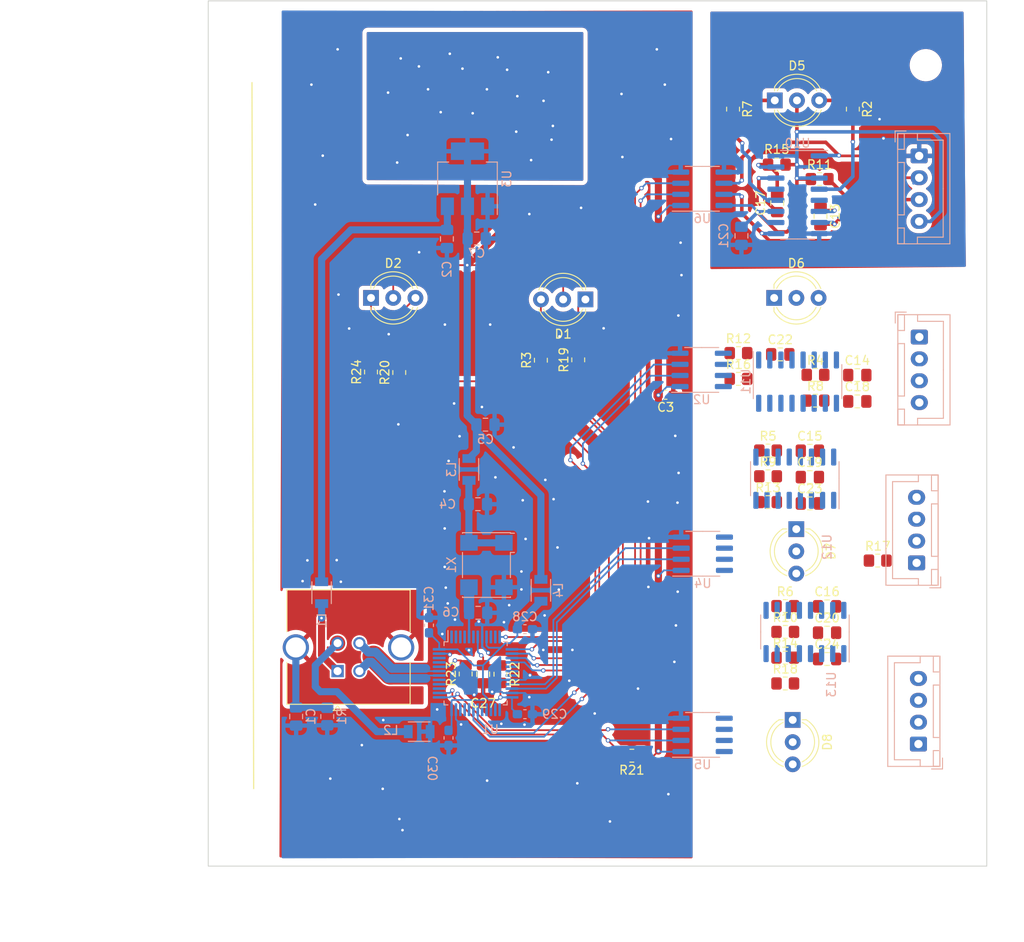
<source format=kicad_pcb>
(kicad_pcb (version 20221018) (generator pcbnew)
  (layers (0 "F.Cu" signal) (31 "B.Cu" signal) (34 "B.Paste" user) (35 "F.Paste" user) (36 "B.SilkS" user "B.Silkscreen") (37 "F.SilkS" user "F.Silkscreen") (38 "B.Mask" user) (39 "F.Mask" user) (44 "Edge.Cuts" user))
  (net 0 "")
  (net 1 "GND")
  (net 2 "Net-(J1-VBUS)")
  (net 5 "/USB-UART4-CH344Q/VIN 3.3V")
  (net 6 "/USB-UART4-CH344Q/XI")
  (net 7 "/USB-UART4-CH344Q/XO")
  (net 8 "/USBSHLD")
  (net 9 "Net-(U3-VI)")
  (net 10 "/USB-UART4-CH344Q/D-")
  (net 11 "/USB-UART4-CH344Q/RESET")
  (net 12 "/USB-UART4-CH344Q/D+")
  (net 13 "/USB-UART4-CH344Q/ACT")
  (net 14 "/USB-UART4-CH344Q/TX_S")
  (net 15 "/USB-UART4-CH344Q/RX_S")
  (net 16 "/USB-UART4-CH344Q/RX4")
  (net 17 "/USB-UART4-CH344Q/TX2")
  (net 18 "/USB-UART4-CH344Q/RX2")
  (net 25 "Net-(U10B-Cext)")
  (net 26 "Net-(U10B-RCext)")
  (net 27 "Net-(U11B-Cext)")
  (net 28 "Net-(U11B-RCext)")
  (net 29 "Net-(U12B-Cext)")
  (net 30 "Net-(U12B-RCext)")
  (net 31 "Net-(U13B-Cext)")
  (net 32 "Net-(U13B-RCext)")
  (net 33 "Net-(U10A-Cext)")
  (net 34 "Net-(U10A-RCext)")
  (net 35 "Net-(U11A-Cext)")
  (net 36 "Net-(U11A-RCext)")
  (net 37 "Net-(U12A-Cext)")
  (net 38 "Net-(U12A-RCext)")
  (net 39 "Net-(U13A-Cext)")
  (net 40 "Net-(U13A-RCext)")
  (net 41 "Net-(U10B-~{Q})")
  (net 42 "Net-(U11B-~{Q})")
  (net 43 "Net-(U12B-~{Q})")
  (net 44 "Net-(U13B-~{Q})")
  (net 45 "Net-(D5-K1)")
  (net 46 "/indicators-ch1/V+MON")
  (net 47 "Net-(D6-K1)")
  (net 48 "/indicators-ch2/V+MON")
  (net 49 "Net-(D7-K1)")
  (net 50 "/indicators-ch3/V+MON")
  (net 51 "Net-(D8-K1)")
  (net 52 "/indicators-ch4/V+MON")
  (net 53 "Net-(U10A-~{Q})")
  (net 54 "Net-(U11A-~{Q})")
  (net 55 "Net-(U12A-~{Q})")
  (net 56 "Net-(U13A-~{Q})")
  (net 57 "/indicators-ch1/TXMON")
  (net 58 "/indicators-ch1/RXMON")
  (net 59 "/indicators-ch2/TXMON")
  (net 60 "/indicators-ch2/RXMON")
  (net 61 "/indicators-ch3/TXMON")
  (net 62 "/indicators-ch3/RXMON")
  (net 63 "/indicators-ch4/TXMON")
  (net 64 "/indicators-ch4/RXMON")
  (net 65 "/indicators-ch1/GNDMON")
  (net 66 "/indicators-ch2/GNDMON")
  (net 67 "/indicators-ch3/GNDMON")
  (net 68 "/indicators-ch4/GNDMON")
  (net 69 "Net-(D5-K2)")
  (net 70 "Net-(D6-K2)")
  (net 71 "Net-(D7-K2)")
  (net 72 "Net-(D8-K2)")
  (net 73 "/USB-UART4-CH344Q/TX3")
  (net 74 "/USB-UART4-CH344Q/RX3")
  (net 75 "/USB-UART4-CH344Q/TX1")
  (net 76 "/USB-UART4-CH344Q/TEST")
  (net 84 "Net-(D1-K2)")
  (net 85 "Net-(D1-K1)")
  (net 86 "Net-(D2-K2)")
  (net 87 "Net-(D2-K1)")
  (net 103 "/USB-UART4-CH344Q/RX1")
  (net 104 "/USB-UART4-CH344Q/TX4")
  (net 105 "/GNDUSBCONN")
  (net 106 "Net-(X1-EN)")
  (net 107 "Net-(C28-Pad2)")
  (footprint "MountingHole:MountingHole_3.2mm_M3" (layer "F.Cu") (at 143.5608 134.6708)
    (fp_text reference "H1" hide)
    (fp_text value "MountingHole" hide)
  )
  (footprint "Resistor_SMD:R_0805_2012Metric_Pad1.20x1.40mm_HandSolder" (layer "F.Cu") (at 209.125 82.2)
    (fp_text reference "R4")
    (fp_text value "1k")
  )
  (footprint "MountingHole:MountingHole_3.2mm_M3" (layer "F.Cu") (at 222.81 131.66)
    (fp_text reference "H3" hide)
    (fp_text value "MountingHole" hide)
  )
  (footprint "Resistor_SMD:R_0805_2012Metric_Pad1.20x1.40mm_HandSolder" (layer "F.Cu") (at 205.67 111.61)
    (fp_text reference "R10")
    (fp_text value "1k")
  )
  (footprint "MountingHole:MountingHole_3.2mm_M3" (layer "F.Cu") (at 143.764 43.4594)
    (fp_text reference "H4" hide)
    (fp_text value "MountingHole" hide)
  )
  (footprint "Capacitor_SMD:C_0805_2012Metric_Pad1.18x1.45mm_HandSolder" (layer "F.Cu") (at 213.905 85.24)
    (fp_text reference "C18")
    (fp_text value "1uF")
  )
  (footprint "Resistor_SMD:R_0805_2012Metric_Pad1.20x1.40mm_HandSolder" (layer "F.Cu") (at 209.6 59.8)
    (fp_text reference "R11")
    (fp_text value "220k")
  )
  (footprint "Capacitor_SMD:C_0805_2012Metric_Pad1.18x1.45mm_HandSolder" (layer "F.Cu") (at 204.75 62.55 90)
    (fp_text reference "C17")
    (fp_text value "1uF")
  )
  (footprint "Resistor_SMD:R_0805_2012Metric_Pad1.20x1.40mm_HandSolder" (layer "F.Cu") (at 203.7025 93.81)
    (fp_text reference "R9")
    (fp_text value "1k")
  )
  (footprint "Capacitor_SMD:C_0805_2012Metric_Pad1.18x1.45mm_HandSolder" (layer "F.Cu") (at 208.4825 93.9)
    (fp_text reference "C19")
    (fp_text value "1uF")
  )
  (footprint "Resistor_SMD:R_0805_2012Metric_Pad1.20x1.40mm_HandSolder" (layer "F.Cu") (at 199.7 51.8 -90)
    (fp_text reference "R7")
    (fp_text value "1k")
  )
  (footprint "Capacitor_SMD:C_0805_2012Metric_Pad1.18x1.45mm_HandSolder" (layer "F.Cu") (at 208.4825 96.91)
    (fp_text reference "C23")
    (fp_text value "1uF")
  )
  (footprint "Capacitor_SMD:C_0805_2012Metric_Pad1.18x1.45mm_HandSolder" (layer "F.Cu") (at 209.7 64.05 -90)
    (fp_text reference "C13")
    (fp_text value "1uF")
  )
  (footprint "LED_THT:LED_D5.0mm-3" (layer "F.Cu") (at 182.815 73.575 180)
    (fp_text reference "D1")
    (fp_text value "LED_Dual_KAK")
  )
  (footprint "Resistor_SMD:R_0805_2012Metric_Pad1.20x1.40mm_HandSolder" (layer "F.Cu") (at 181.995 80.485 90)
    (fp_text reference "R19")
    (fp_text value "1k")
  )
  (footprint "Resistor_SMD:R_0805_2012Metric_Pad1.20x1.40mm_HandSolder" (layer "F.Cu") (at 169.125 116.425 90)
    (fp_text reference "R23")
    (fp_text value "4k7")
  )
  (footprint "Resistor_SMD:R_0805_2012Metric_Pad1.20x1.40mm_HandSolder" (layer "F.Cu") (at 205.67 117.51)
    (fp_text reference "R18")
    (fp_text value "220k")
  )
  (footprint "Resistor_SMD:R_0805_2012Metric_Pad1.20x1.40mm_HandSolder" (layer "F.Cu") (at 205.67 108.66)
    (fp_text reference "R6")
    (fp_text value "1k")
  )
  (footprint "Capacitor_SMD:C_0805_2012Metric_Pad1.18x1.45mm_HandSolder" (layer "F.Cu") (at 208.4825 90.89)
    (fp_text reference "C15")
    (fp_text value "1uF")
  )
  (footprint "LED_THT:LED_D5.0mm-3" (layer "F.Cu") (at 204.4 73.4)
    (fp_text reference "D6")
    (fp_text value "LED_Dual_KAK")
  )
  (footprint "LED_THT:LED_D5.0mm-3" (layer "F.Cu") (at 206.93 99.85 -90)
    (fp_text reference "D7")
    (fp_text value "LED_Dual_KAK")
  )
  (footprint "Resistor_SMD:R_0805_2012Metric_Pad1.20x1.40mm_HandSolder" (layer "F.Cu") (at 205.67 114.56)
    (fp_text reference "R14")
    (fp_text value "220k")
  )
  (footprint "Capacitor_SMD:C_0805_2012Metric_Pad1.18x1.45mm_HandSolder" (layer "F.Cu") (at 205.0975 79.86)
    (fp_text reference "C22")
    (fp_text value "1uF")
  )
  (footprint "Capacitor_SMD:C_0805_2012Metric_Pad1.18x1.45mm_HandSolder" (layer "F.Cu") (at 210.45 108.69)
    (fp_text reference "C16")
    (fp_text value "1uF")
  )
  (footprint "Resistor_SMD:R_0805_2012Metric_Pad1.20x1.40mm_HandSolder" (layer "F.Cu") (at 213.4 51.8 -90)
    (fp_text reference "R2")
    (fp_text value "1k")
  )
  (footprint "Connector_USB:USB_B_TE_5787834_Vertical" (layer "F.Cu") (at 154.47505 116.09485 180)
    (fp_text reference "J1" hide)
    (fp_text value "USB_B")
  )
  (footprint "Resistor_SMD:R_0805_2012Metric_Pad1.20x1.40mm_HandSolder" (layer "F.Cu") (at 188.125 125.775 180)
    (fp_text reference "R21")
    (fp_text value "4k7")
  )
  (footprint "Resistor_SMD:R_0805_2012Metric_Pad1.20x1.40mm_HandSolder" (layer "F.Cu") (at 200.3175 79.71)
    (fp_text reference "R12")
    (fp_text value "220k")
  )
  (footprint "Resistor_SMD:R_0805_2012Metric_Pad1.20x1.40mm_HandSolder" (layer "F.Cu") (at 177.725 80.525 90)
    (fp_text reference "R3")
    (fp_text value "1k")
  )
  (footprint "Resistor_SMD:R_0805_2012Metric_Pad1.20x1.40mm_HandSolder" (layer "F.Cu") (at 173.1 116.45 -90)
    (fp_text reference "R22")
    (fp_text value "4k7")
  )
  (footprint "Capacitor_SMD:C_0805_2012Metric_Pad1.18x1.45mm_HandSolder" (layer "F.Cu") (at 213.905 82.23)
    (fp_text reference "C14")
    (fp_text value "1uF")
  )
  (footprint "Capacitor_SMD:C_0805_2012Metric_Pad1.18x1.45mm_HandSolder" (layer "F.Cu") (at 171.125 116.45 90)
    (fp_text reference "C27")
    (fp_text value "100n")
  )
  (footprint "LED_THT:LED_D5.0mm-3" (layer "F.Cu") (at 206.52 121.68 -90)
    (fp_text reference "D8")
    (fp_text value "LED_Dual_KAK")
  )
  (footprint "Resistor_SMD:R_0805_2012Metric_Pad1.20x1.40mm_HandSolder" (layer "F.Cu") (at 209.125 85.15)
    (fp_text reference "R8")
    (fp_text value "1k")
  )
  (footprint "Capacitor_SMD:C_0603_1608Metric_Pad1.08x0.95mm_HandSolder" (layer "F.Cu") (at 191.9986 84.4804 180)
    (fp_text reference "C3")
    (fp_text value "100n")
  )
  (footprint "Resistor_SMD:R_0805_2012Metric_Pad1.20x1.40mm_HandSolder" (layer "F.Cu") (at 161.5298 81.9344 90)
    (fp_text reference "R20")
    (fp_text value "1k")
  )
  (footprint "Resistor_SMD:R_0805_2012Metric_Pad1.20x1.40mm_HandSolder" (layer "F.Cu") (at 158.3 81.875 90)
    (fp_text reference "R24")
    (fp_text value "1k")
  )
  (footprint "LED_THT:LED_D5.0mm-3" (layer "F.Cu") (at 158.3 73.4)
    (fp_text reference "D2")
    (fp_text value "LED_Dual_KAK")
  )
  (footprint "Resistor_SMD:R_0805_2012Metric_Pad1.20x1.40mm_HandSolder" (layer "F.Cu") (at 203.7025 90.86)
    (fp_text reference "R5")
    (fp_text value "1k")
  )
  (footprint "Resistor_SMD:R_0805_2012Metric_Pad1.20x1.40mm_HandSolder" (layer "F.Cu") (at 204.7 58.15 180)
    (fp_text reference "R15")
    (fp_text value "220k")
  )
  (footprint "Capacitor_SMD:C_0805_2012Metric_Pad1.18x1.45mm_HandSolder" (layer "F.Cu") (at 210.45 111.7)
    (fp_text reference "C20")
    (fp_text value "1uF")
  )
  (footprint "MountingHole:MountingHole_3.2mm_M3" (layer "F.Cu") (at 221.74 46.77)
    (fp_text reference "H2" hide)
    (fp_text value "MountingHole" hide)
  )
  (footprint "Capacitor_SMD:C_0805_2012Metric_Pad1.18x1.45mm_HandSolder" (layer "F.Cu") (at 210.45 114.71)
    (fp_text reference "C24")
    (fp_text value "1uF")
  )
  (footprint "LED_THT:LED_D5.0mm-3" (layer "F.Cu") (at 204.47 50.8)
    (fp_text reference "D5")
    (fp_text value "LED_Dual_KAK")
  )
  (footprint "Resistor_SMD:R_0805_2012Metric_Pad1.20x1.40mm_HandSolder" (layer "F.Cu") (at 216.2375 103.45)
    (fp_text reference "R17")
    (fp_text value "220k")
  )
  (footprint "Resistor_SMD:R_0805_2012Metric_Pad1.20x1.40mm_HandSolder" (layer "F.Cu") (at 200.3175 82.66)
    (fp_text reference "R16")
    (fp_text value "220k")
  )
  (footprint "Resistor_SMD:R_0805_2012Metric_Pad1.20x1.40mm_HandSolder" (layer "F.Cu") (at 203.7025 96.76)
    (fp_text reference "R13")
    (fp_text value "220k")
  )
  (footprint "Capacitor_SMD:C_0805_2012Metric_Pad1.18x1.45mm_HandSolder" (layer "B.Cu") (at 170.55 109.425 180)
    (fp_text reference "C6")
    (fp_text value "12p")
  )
  (footprint "Inductor_SMD:L_TDK_NLV25_2.5x2.0mm" (layer "B.Cu") (at 152.65 107.125 90)
    (fp_text reference "L1")
    (fp_text value "L_Ferrite_Small")
  )
  (footprint "Resistor_SMD:R_0805_2012Metric_Pad1.20x1.40mm_HandSolder" (layer "B.Cu") (at 153.296 121.29 90)
    (fp_text reference "R1")
    (fp_text value "1M")
  )
  (footprint "Inductor_SMD:L_TDK_NLV25_2.5x2.0mm" (layer "B.Cu") (at 163.81 123.02)
    (fp_text reference "L2")
    (fp_text value "L_Ferrite_Small")
  )
  (footprint "Capacitor_SMD:C_0603_1608Metric_Pad1.08x0.95mm_HandSolder" (layer "B.Cu") (at 164.93 110.85 -90)
    (fp_text reference "C31")
    (fp_text value "100n")
  )
  (footprint "Capacitor_SMD:C_0805_2012Metric_Pad1.18x1.45mm_HandSolder" (layer "B.Cu") (at 166.9796 66.6496 -90)
    (fp_text reference "C2")
    (fp_text value "10uF")
  )
  (footprint "Package_SO:SOIC-16_3.9x9.9mm_P1.27mm" (layer "B.Cu") (at 207.075 82.975 -90)
    (fp_text reference "U11")
    (fp_text value "74HC123")
  )
  (footprint "Capacitor_SMD:C_0603_1608Metric_Pad1.08x0.95mm_HandSolder" (layer "B.Cu") (at 175.9 121.025 180)
    (fp_text reference "C29")
    (fp_text value "100n")
  )
  (footprint "Oscillator:Oscillator_SMD_Abracon_ASV-4Pin_7.0x5.1mm" (layer "B.Cu") (at 171.5 103.96 -90)
    (fp_text reference "X1")
    (fp_text value "ASV-xxxMHz")
  )
  (footprint "Connector_JST:JST_XH_B4B-XH-A_1x04_P2.50mm_Vertical" (layer "B.Cu") (at 221 77.875 -90)
    (fp_text reference "J3" hide)
    (fp_text value "Conn_01x04" hide)
  )
  (footprint "Connector_JST:JST_XH_B4B-XH-A_1x04_P2.50mm_Vertical" (layer "B.Cu") (at 220.98 57.15 -90)
    (fp_text reference "J2" hide)
    (fp_text value "Conn_01x04" hide)
  )
  (footprint "Inductor_SMD:L_TDK_NLV25_2.5x2.0mm" (layer "B.Cu") (at 177.725 106.85 90)
    (fp_text reference "L4")
    (fp_text value "L_Ferrite_Small")
  )
  (footprint "Package_SO:SOIC-8_3.9x4.9mm_P1.27mm" (layer "B.Cu") (at 196.215 123.3932)
    (fp_text reference "U5")
    (fp_text value "π122U31")
  )
  (footprint "Capacitor_SMD:C_0805_2012Metric_Pad1.18x1.45mm_HandSolder" (layer "B.Cu") (at 200.66 66.294 90)
    (fp_text reference "C21")
    (fp_text value "1uF")
  )
  (footprint "Connector_JST:JST_XH_B4B-XH-A_1x04_P2.50mm_Vertical" (layer "B.Cu") (at 220.69 103.715 90)
    (fp_text reference "J4" hide)
    (fp_text value "Conn_01x04" hide)
  )
  (footprint "Capacitor_SMD:C_0805_2012Metric_Pad1.18x1.45mm_HandSolder" (layer "B.Cu") (at 171.3875 87.9)
    (fp_text reference "C5")
    (fp_text value "100n")
  )
  (footprint "Capacitor_SMD:C_0805_2012Metric_Pad1.18x1.45mm_HandSolder" (layer "B.Cu") (at 149.74 121.29 90)
    (fp_text reference "C1")
    (fp_text value "4n7")
  )
  (footprint "Connector_JST:JST_XH_B4B-XH-A_1x04_P2.50mm_Vertical" (layer "B.Cu") (at 220.9 124.44 90)
    (fp_text reference "J5" hide)
    (fp_text value "Conn_01x04")
  )
  (footprint "Capacitor_SMD:C_0603_1608Metric_Pad1.08x0.95mm_HandSolder" (layer "B.Cu") (at 175.9 111.3 180)
    (fp_text reference "C28")
    (fp_text value "100n")
  )
  (footprint "Package_SO:SOIC-8_3.9x4.9mm_P1.27mm" (layer "B.Cu") (at 196.189 60.914)
    (fp_text reference "U6")
    (fp_text value "π122U31")
  )
  (footprint "Package_QFP:LQFP-48_7x7mm_P0.5mm" (layer "B.Cu") (at 170.26 116.35 -90)
    (fp_text reference "U1")
    (fp_text value "CH344Q")
  )
  (footprint "Package_SO:SOIC-16_3.9x9.9mm_P1.27mm" (layer "B.Cu") (at 207.075 61.595 180)
    (fp_text reference "U10")
    (fp_text value "74HC123")
  )
  (footprint "Capacitor_SMD:C_0805_2012Metric_Pad1.18x1.45mm_HandSolder" (layer "B.Cu") (at 170.3875 66.6)
    (fp_text reference "C7")
    (fp_text value "10uF")
  )
  (footprint "Capacitor_SMD:C_0603_1608Metric_Pad1.08x0.95mm_HandSolder" (layer "B.Cu") (at 167.1624 123.7401 90)
    (fp_text reference "C30")
    (fp_text value "100n")
  )
  (footprint "Package_SO:SOIC-8_3.9x4.9mm_P1.27mm" (layer "B.Cu") (at 196.2404 102.6668)
    (fp_text reference "U4")
    (fp_text value "π122U31")
  )
  (footprint "Inductor_SMD:L_TDK_NLV25_2.5x2.0mm" (layer "B.Cu") (at 169.5 93.025 -90)
    (fp_text reference "L3")
    (fp_text value "L_Ferrite_Small")
  )
  (footprint "Package_SO:SOIC-16_3.9x9.9mm_P1.27mm" (layer "B.Cu") (at 207.92 111.62 90)
    (fp_text reference "U13")
    (fp_text value "74HC123")
  )
  (footprint "Capacitor_SMD:C_0805_2012Metric_Pad1.18x1.45mm_HandSolder" (layer "B.Cu") (at 170.525 97 180)
    (fp_text reference "C4")
    (fp_text value "100n")
  )
  (footprint "Package_TO_SOT_SMD:SOT-223-3_TabPin2" (layer "B.Cu") (at 169.3304 59.7658 90)
    (fp_text reference "U3")
    (fp_text value "AMS1117-3.3")
  )
  (footprint "Package_SO:SOIC-16_3.9x9.9mm_P1.27mm" (layer "B.Cu") (at 206.76 94.08 90)
    (fp_text reference "U12")
    (fp_text value "74HC123")
  )
  (footprint "Package_SO:SOIC-8_3.9x4.9mm_P1.27mm" (layer "B.Cu") (at 196.1134 81.6356)
    (fp_text reference "U2")
    (fp_text value "π122U31")
  )
  (gr_line (start 144.8816 129.54) (end 144.689 48.768) (stroke (width 0.15)) (layer "F.SilkS"))
  (gr_rect (start 139.689 39.414) (end 228.71 138.41) (stroke (width 0.1)) (fill none) (layer "Edge.Cuts"))
  (segment (start 160.52 116.38) (end 158.57 114.43) (width 2.5) (layer "F.Cu") (net 1))
  (segment (start 167.625 116.375) (end 166.2 116.375) (width 0.2) (layer "F.Cu") (net 1))
  (segment (start 166.945 116.38) (end 160.52 116.38) (width 2.5) (layer "F.Cu") (net 1))
  (segment (start 166.95 116.375) (end 166.945 116.38) (width 2.5) (layer "F.Cu") (net 1))
  (via (at 167.3 114.2) (size 0.5) (drill 0.3) (layers "F.Cu" "B.Cu") (net 1))
  (via (at 168.425 89.225) (size 0.5) (drill 0.3) (layers "F.Cu" "B.Cu") (net 1))
  (via (at 154.58165 73.01785) (size 0.5) (drill 0.3) (layers "F.Cu" "B.Cu") (net 1))
  (via (at 165.8644 120.4796) (size 0.5) (drill 0.3) (layers "F.Cu" "B.Cu") (net 1))
  (via (at 183.88075 120.94672) (size 0.5) (drill 0.3) (layers "F.Cu" "B.Cu") (net 1))
  (via (at 192.6082 55.2196) (size 0.5) (drill 0.3) (layers "F.Cu" "B.Cu") (net 1))
  (via (at 171.575 128.625) (size 0.5) (drill 0.3) (layers "F.Cu" "B.Cu") (net 1))
  (via (at 193.3448 96.8248) (size 0.5) (drill 0.3) (layers "F.Cu" "B.Cu") (net 1))
  (via (at 175.85 122.225) (size 0.5) (drill 0.3) (layers "F.Cu" "B.Cu") (net 1))
  (via (at 191.897 48.9966) (size 0.5) (drill 0.3) (layers "F.Cu" "B.Cu") (net 1))
  (via (at 186.944 50.0634) (size 0.5) (drill 0.3) (layers "F.Cu" "B.Cu") (net 1))
  (via (at 154.375 103.4) (size 0.5) (drill 0.3) (layers "F.Cu" "B.Cu") (net 1))
  (via (at 170.1 118.8) (size 0.5) (drill 0.3) (layers "F.Cu" "B.Cu") (net 1))
  (via (at 193.802 70.7898) (size 0.5) (drill 0.3) (layers "F.Cu" "B.Cu") (net 1))
  (via (at 189.9666 96.6978) (size 0.5) (drill 0.3) (layers "F.Cu" "B.Cu") (net 1))
  (via (at 166.7 95.525) (size 0.5) (drill 0.3) (layers "F.Cu" "B.Cu") (net 1))
  (via (at 179.775 106.775) (size 0.5) (drill 0.3) (layers "F.Cu" "B.Cu") (net 1))
  (via (at 193.4464 75.4126) (size 0.5) (drill 0.3) (layers "F.Cu" "B.Cu") (net 1))
  (via (at 187.0456 57.277) (size 0.5) (drill 0.3) (layers "F.Cu" "B.Cu") (net 1))
  (via (at 166.85 106.55) (size 0.5) (drill 0.3) (layers "F.Cu" "B.Cu") (net 1))
  (via (at 169.5 113.7) (size 0.5) (drill 0.3) (layers "F.Cu" "B.Cu") (net 1))
  (via (at 176.475 116.575) (size 0.5) (drill 0.3) (layers "F.Cu" "B.Cu") (net 1))
  (via (at 182.3212 63.0936) (size 0.5) (drill 0.3) (layers "F.Cu" "B.Cu") (net 1))
  (via (at 171.925 76.45) (size 0.5) (drill 0.3) (layers "F.Cu" "B.Cu") (net 1))
  (via (at 159.7 121.7) (size 0.5) (drill 0.3) (layers "F.Cu" "B.Cu") (net 1))
  (via (at 176.4 119.075) (size 0.5) (drill 0.3) (layers "F.Cu" "B.Cu") (net 1))
  (via (at 161.544 133.0198) (size 0.5) (drill 0.3) (layers "F.Cu" "B.Cu") (net 1))
  (via (at 152.781 57.1246) (size 0.5) (drill 0.3) (layers "F.Cu" "B.Cu") (net 1))
  (via (at 173.2 122.125) (size 0.5) (drill 0.3) (layers "F.Cu" "B.Cu") (net 1))
  (via (at 179.85 77.8) (size 0.5) (drill 0.3) (layers "F.Cu" "B.Cu") (net 1))
  (via (at 170.625 110.425) (size 0.5) (drill 0.3) (layers "F.Cu" "B.Cu") (net 1))
  (via (at 167.9 110.2) (size 0.5) (drill 0.3) (layers "F.Cu" "B.Cu") (net 1))
  (via (at 166.725 99.775) (size 0.5) (drill 0.3) (layers "F.Cu" "B.Cu") (net 1))
  (via (at 185.6232 133.2992) (size 0.5) (drill 0.3) (layers "F.Cu" "B.Cu") (net 1))
  (via (at 179.625 101.95) (size 0.5) (drill 0.3) (layers "F.Cu" "B.Cu") (net 1))
  (via (at 161.8996 134.2898) (size 0.5) (drill 0.3) (layers "F.Cu" "B.Cu") (net 1))
  (via (at 174.6 90.5) (size 0.5) (drill 0.3) (layers "F.Cu" "B.Cu") (net 1))
  (via (at 171.7 114) (size 0.5) (drill 0.3) (layers "F.Cu" "B.Cu") (net 1))
  (via (at 181.328034 113.672392) (size 0.5) (drill 0.3) (layers "F.Cu" "B.Cu") (net 1))
  (via (at 153.6446 128.397) (size 0.5) (drill 0.3) (layers "F.Cu" "B.Cu") (net 1))
  (via (at 175.975 100.975) (size 0.5) (drill 0.3) (layers "F.Cu" "B.Cu") (net 1))
  (via (at 178.15 109.725) (size 0.5) (drill 0.3) (layers "F.Cu" "B.Cu") (net 1))
  (via (at 178.232922 94.219131) (size 0.5) (drill 0.3) (layers "F.Cu" "B.Cu") (net 1))
  (via (at 163.8 68.175) (size 0.5) (drill 0.3) (layers "F.Cu" "B.Cu") (net 1))
  (via (at 167.175 92.05) (size 0.5) (drill 0.3) (layers "F.Cu" "B.Cu") (net 1))
  (via (at 192.9892 115.0366) (size 0.5) (drill 0.3) (layers "F.Cu" "B.Cu") (net 1))
  (via (at 151.4856 48.9966) (size 0.5) (drill 0.3) (layers "F.Cu" "B.Cu") (net 1))
  (via (at 151.025 103.425) (size 0.5) (drill 0.3) (layers "F.Cu" "B.Cu") (net 1))
  (via (at 178 113.675) (size 0.5) (drill 0.3) (layers "F.Cu" "B.Cu") (net 1))
  (via (at 193.4718 93.4212) (size 0.5) (drill 0.3) (layers "F.Cu" "B.Cu") (net 1))
  (via (at 157.2514 124.5616) (size 0.5) (drill 0.3) (layers "F.Cu" "B.Cu") (net 1))
  (via (at 159.639 129.5654) (size 0.5) (drill 0.3) (layers "F.Cu" "B.Cu") (net 1))
  (via (at 179.175 96.425) (size 0.5) (drill 0.3) (layers "F.Cu" "B.Cu") (net 1))
  (via (at 151.9174 62.7126) (size 0.5) (drill 0.3) (layers "F.Cu" "B.Cu") (net 1))
  (via (at 190.9826 44.958) (size 0.5) (drill 0.3) (layers "F.Cu" "B.Cu") (net 1))
  (via (at 150.475 105.8) (size 0.5) (drill 0.3) (layers "F.Cu" "B.Cu") (net 1))
  (via (at 170.981264 85.877846) (size 0.5) (drill 0.3) (layers "F.Cu" "B.Cu") (net 1))
  (via (at 175.65 96.55) (size 0.5) (drill 0.3) (layers "F.Cu" "B.Cu") (net 1))
  (via (at 167.075 108.35) (size 0.5) (drill 0.3) (layers "F.Cu" "B.Cu") (net 1))
  (via (at 180.9735 117.193286) (size 0.5) (drill 0.3) (layers "F.Cu" "B.Cu") (net 1))
  (via (at 188.830776 118.09936) (size 0.5) (drill 0.3) (layers "F.Cu" "B.Cu") (net 1))
  (via (at 172.15 118.475) (size 0.5) (drill 0.3) (layers "F.Cu" "B.Cu") (net 1))
  (via (at 166.45 111.85) (size 0.5) (drill 0.3) (layers "F.Cu" "B.Cu") (net 1))
  (via (at 166.725 104.175) (size 0.5) (drill 0.3) (layers "F.Cu" "B.Cu") (net 1))
  (via (at 154.85 105.875) (size 0.5) (drill 0.3) (layers "F.Cu" "B.Cu") (net 1))
  (via (at 192.3034 130.175) (size 0.5) (drill 0.3) (layers "F.Cu" "B.Cu") (net 1))
  (via (at 190.092007 100.886312) (size 0.5) (drill 0.3) (layers "F.Cu" "B.Cu") (net 1))
  (via (at 167.625 116.375) (size 0.5) (drill 0.3) (layers "F.Cu" "B.Cu") (net 1))
  (via (at 167.8 85.475) (size 0.5) (drill 0.3) (layers "F.Cu" "B.Cu") (net 1))
  (via (at 176.403 63.8048) (size 0.5) (drill 0.3) (layers "F.Cu" "B.Cu") (net 1))
  (via (at 168.6 122.2) (size 0.5) (drill 0.3) (layers "F.Cu" "B.Cu") (net 1))
  (via (at 155.8 76.9) (size 0.5) (drill 0.3) (layers "F.Cu" "B.Cu") (net 1))
  (via (at 193.167 110.871) (size 0.5) (drill 0.3) (layers "F.Cu" "B.Cu") (net 1))
  (via (at 184.9 76.875) (size 0.5) (drill 0.3) (layers "F.Cu" "B.Cu") (net 1))
  (via (at 181.8894 128.9304) (size 0.5) (drill 0.3) (layers "F.Cu" "B.Cu") (net 1))
  (via (at 193.0908 89.1794) (size 0.5) (drill 0.3) (layers "F.Cu" "B.Cu") (net 1))
  (via (at 161.4272 87.8636) (size 0.5) (drill 0.3) (layers "F.Cu" "B.Cu") (net 1))
  (via (at 190.0174 106.468434) (size 0.5) (drill 0.3) (layers "F.Cu" "B.Cu") (net 1))
  (via (at 193.7004 67.0814) (size 0.5) (drill 0.3) (layers "F.Cu" "B.Cu") (net 1))
  (via (at 174.1 108.55) (size 0.5) (drill 0.3) (layers "F.Cu" "B.Cu") (net 1))
  (via (at 172.525 93.925) (size 0.5) (drill 0.3) (layers "F.Cu" "B.Cu") (net 1))
  (via (at 173.5 110.5) (size 0.5) (drill 0.3) (layers "F.Cu" "B.Cu") (net 1))
  (via (at 160.325 77.55) (size 0.5) (drill 0.3) (layers "F.Cu" "B.Cu") (net 1))
  (via (at 193.3702 107.0102) (size 0.5) (drill 0.3) (layers "F.Cu" "B.Cu") (net 1))
  (via (at 175.5 104.7) (size 0.5) (drill 0.3) (layers "F.Cu" "B.Cu") (net 1))
  (via (at 175.5 106.75) (size 0.5) (drill 0.3) (layers "F.Cu" "B.Cu") (net 1))
  (via (at 166.75 76.45) (size 0.5) (drill 0.3) (layers "F.Cu" "B.Cu") (net 1))
  (via (at 154.4828 44.958) (size 0.5) (drill 0.3) (layers "F.Cu" "B.Cu") (net 1))
  (segment (start 172.15 118.25) (end 173.3 117.1) (width 0.2) (layer "B.Cu") (net 1))
  (segment (start 167.3 114.2) (end 167.2 114.1) (width 0.2) (layer "B.Cu") (net 1))
  (segment (start 176.4 119.075) (end 176.275 119.075) (width 0.2) (layer "B.Cu") (net 1))
  (segment (start 168.01 120.5125) (end 168.01 121.61) (width 0.2) (layer "B.Cu") (net 1))
  (segment (start 173.4 118.6) (end 173.275 118.475) (width 0.2) (layer "B.Cu") (net 1))
  (segment (start 175.925 118.6) (end 174.4225 118.6) (width 0.2) (layer "B.Cu") (net 1))
  (segment (start 192.6082 55.1942) (end 192.5828 55.2196) (width 0.2) (layer "B.Cu") (net 1))
  (segment (start 170.625 110.425) (end 171.01 110.81) (width 0.254) (layer "B.Cu") (net 1))
  (segment (start 176.4 119.075) (end 175.925 118.6) (width 0.2) (layer "B.Cu") (net 1))
  (segment (start 173.275 118.475) (end 172.15 118.475) (width 0.2) (layer "B.Cu") (net 1))
  (segment (start 167.2 114.1) (end 166.0975 114.1) (width 0.2) (layer "B.Cu") (net 1))
  (segment (start 174.4225 118.6) (end 173.4 118.6) (width 0.2) (layer "B.Cu") (net 1))
  (segment (start 176.475 116.575) (end 175.95 117.1) (width 0.2) (layer "B.Cu") (net 1))
  (segment (start 172.15 118.475) (end 172.275 118.6) (width 0.2) (layer "B.Cu") (net 1))
  (segment (start 191.77 56.0578) (end 192.6082 55.2196) (width 0.2) (layer "B.Cu") (net 1))
  (segment (start 192.5828 55.2196) (end 192.6082 55.2196) (width 0.2) (layer "B.Cu") (net 1))
  (segment (start 192.6082 55.2196) (end 192.6082 55.1942) (width 0.2) (layer "B.Cu") (net 1))
  (segment (start 173.3 117.1) (end 174.4225 117.1) (width 0.2) (layer "B.Cu") (net 1))
  (segment (start 175.95 117.1) (end 174.4225 117.1) (width 0.2) (layer "B.Cu") (net 1))
  (segment (start 172.15 118.475) (end 172.15 118.25) (width 0.2) (layer "B.Cu") (net 1))
  (segment (start 193.614 79.759) (end 191.4936 79.759) (width 0.2) (layer "B.Cu") (net 1))
  (segment (start 193.714 59.009) (end 192.2828 59.009) (width 0.2) (layer "B.Cu") (net 1))
  (segment (start 171.7 114) (end 171.01 113.31) (width 0.254) (layer "B.Cu") (net 1))
  (segment (start 171.01 110.81) (end 171.01 112.1875) (width 0.254) (layer "B.Cu") (net 1))
  (segment (start 191.77 58.4962) (end 191.77 56.0578) (width 0.2) (layer "B.Cu") (net 1))
  (segment (start 171.01 113.31) (end 171.01 112.1875) (width 0.254) (layer "B.Cu") (net 1))
  (segment (start 192.2828 59.009) (end 191.77 58.4962) (width 0.2) (layer "B.Cu") (net 1))
  (segment (start 168.01 121.61) (end 168.6 122.2) (width 0.2) (layer "B.Cu") (net 1))
  (segment (start 154.47505 116.09485) (end 152.64 114.2598) (width 0.8128) (layer "F.Cu") (net 2))
  (segment (start 152.64 114.2598) (end 152.64 110.09) (width 0.8128) (layer "F.Cu") (net 2))
  (via (at 152.64 110.03) (size 0.5) (drill 0.3) (layers "F.Cu" "B.Cu") (net 2))
  (segment (start 152.65 108.375) (end 152.65 110.02) (width 0.8128) (layer "B.Cu") (net 2))
  (segment (start 152.65 110.02) (end 152.64 110.03) (width 0.8128) (layer "B.Cu") (net 2))
  (segment (start 191.1604 106.3752) (end 191.1604 105.2068) (width 0.8128) (layer "F.Cu") (net 5))
  (segment (start 191.1604 59.8604) (end 191.1604 64.0842) (width 0.8128) (layer "F.Cu") (net 5))
  (segment (start 188.4 59.1) (end 190.4 59.1) (width 0.8128) (layer "F.Cu") (net 5))
  (segment (start 191.1604 125.2474) (end 191.1604 121.4628) (width 0.8128) (layer "F.Cu") (net 5))
  (segment (start 173.35 65.6) (end 181.9 65.6) (width 0.8128) (layer "F.Cu") (net 5))
  (segment (start 191.1604 84.5312) (end 191.1604 64.0842) (width 0.8128) (layer "F.Cu") (net 5))
  (segment (start 178.375 69.65) (end 180.275 71.55) (width 0.2032) (layer "F.Cu") (net 5))
  (segment (start 160.84 71.435) (end 160.84 73.4) (width 0.2032) (layer "F.Cu") (net 5))
  (segment (start 191.1604 99.314) (end 191.1604 84.5312) (width 0.8128) (layer "F.Cu") (net 5))
  (segment (start 191.1604 105.2068) (end 191.1604 99.314) (width 0.8128) (layer "F.Cu") (net 5))
  (segment (start 191.1604 121.4628) (end 191.1604 106.3752) (width 0.8128) (layer "F.Cu") (net 5))
  (segment (start 169.3 69.65) (end 173.35 65.6) (width 0.8128) (layer "F.Cu") (net 5))
  (segment (start 180.275 71.55) (end 180.275 73.575) (width 0.2032) (layer "F.Cu") (net 5))
  (segment (start 169.3 69.65) (end 178.375 69.65) (width 0.2032) (layer "F.Cu") (net 5))
  (segment (start 190.4 59.1) (end 191.1604 59.8604) (width 0.8128) (layer "F.Cu") (net 5))
  (segment (start 189.125 125.775) (end 190.6328 125.775) (width 0.2032) (layer "F.Cu") (net 5))
  (segment (start 169.3 69.65) (end 162.625 69.65) (width 0.2032) (layer "F.Cu") (net 5))
  (segment (start 162.625 69.65) (end 160.84 71.435) (width 0.2032) (layer "F.Cu") (net 5))
  (segment (start 181.9 65.6) (end 188.4 59.1) (width 0.8128) (layer "F.Cu") (net 5))
  (segment (start 190.6328 125.775) (end 191.1604 125.2474) (width 0.2032) (layer "F.Cu") (net 5))
  (via (at 171.5516 49.53) (size 0.5) (drill 0.3) (layers "F.Cu" "B.Cu") (net 5))
  (via (at 172.7962 45.8724) (size 0.5) (drill 0.3) (layers "F.Cu" "B.Cu") (net 5))
  (via (at 174.9044 54.3814) (size 0.5) (drill 0.3) (layers "F.Cu" "B.Cu") (net 5))
  (via (at 179.0954 53.721) (size 0.5) (drill 0.3) (layers "F.Cu" "B.Cu") (net 5))
  (via (at 176.6062 57.6326) (size 0.5) (drill 0.3) (layers "F.Cu" "B.Cu") (net 5))
  (via (at 178.562 47.5742) (size 0.5) (drill 0.3) (layers "F.Cu" "B.Cu") (net 5))
  (via (at 178.943 55.2958) (size 0.5) (drill 0.3) (layers "F.Cu" "B.Cu") (net 5))
  (via (at 164.8206 49.53) (size 0.5) (drill 0.3) (layers "F.Cu" "B.Cu") (net 5))
  (via (at 175.0314 50.3174) (size 0.5) (drill 0.3) (layers "F.Cu" "B.Cu") (net 5))
  (via (at 173.863 47.2948) (size 0.5) (drill 0.3) (layers "F.Cu" "B.Cu") (net 5))
  (via (at 163.7792 46.9138) (size 0.5) (drill 0.3) (layers "F.Cu" "B.Cu") (net 5))
  (via (at 160.2486 49.911) (size 0.5) (drill 0.3) (layers "F.Cu" "B.Cu") (net 5))
  (via (at 191.1604 64.0842) (size 0.5) (drill 0.3) (layers "F.Cu" "B.Cu") (net 5))
  (via (at 169.3 69.65) (size 0.5) (drill 0.3) (layers "F.Cu" "B.Cu") (net 5))
  (via (at 178.0286 50.8508) (size 0.5) (drill 0.3) (layers "F.Cu" "B.Cu") (net 5))
  (via (at 191.1604 105.2068) (size 0.5) (drill 0.3) (layers "F.Cu" "B.Cu") (net 5))
  (via (at 162.4838 54.7624) (size 0.5) (drill 0.3) (layers "F.Cu" "B.Cu") (net 5))
  (via (at 161.6964 45.9994) (size 0.5) (drill 0.3) (layers "F.Cu" "B.Cu") (net 5))
  (via (at 191.1604 84.5312) (size 0.5) (drill 0.3) (layers "F.Cu" "B.Cu") (net 5))
  (via (at 166.2684 52.1462) (size 0.5) (drill 0.3) (layers "F.Cu" "B.Cu") (net 5))
  (via (at 191.1604 125.2474) (size 0.5) (drill 0.3) (layers "F.Cu" "B.Cu") (net 5))
  (via (at 168.7576 47.1678) (size 0.5) (drill 0.3) (layers "F.Cu" "B.Cu") (net 5))
  (via (at 161.29 57.912) (size 0.5) (drill 0.3) (layers "F.Cu" "B.Cu") (net 5))
  (via (at 169.926 52.2732) (size 0.5) (drill 0.3) (layers "F.Cu" "B.Cu") (net 5))
  (via (at 167.3098 45.466) (size 0.5) (drill 0.3) (layers "F.Cu" "B.Cu") (net 5))
  (segment (start 193.614 83.569) (end 192.1226 83.569) (width 0.2) (layer "B.Cu") (net 5))
  (segment (start 169.3 69.65) (end 169.3 86.85) (width 0.8128) (layer "B.Cu") (net 5))
  (segment (start 191.232 125.319) (end 193.714 125.319) (width 0.2) (layer "B.Cu") (net 5))
  (segment (start 169.3304 69.6196) (end 169.3304 62.9158) (width 0.8128) (layer "B.Cu") (net 5))
  (segment (start 191.7982 104.569) (end 191.1604 105.2068) (width 0.2) (layer "B.Cu") (net 5))
  (segment (start 169.3 65.6608) (end 169.3 69.65) (width 0.8128) (layer "B.Cu") (net 5))
  (segment (start 170.35 87.9) (end 170.35 88.6) (width 0.8128) (layer "B.Cu") (net 5))
  (segment (start 192.4256 62.819) (end 191.1604 64.0842) (width 0.2) (layer "B.Cu") (net 5))
  (segment (start 170.35 87.9) (end 170.35 90.925) (width 0.8128) (layer "B.Cu") (net 5))
  (segment (start 169.3304 56.6158) (end 169.3304 62.9158) (width 0.8128) (layer "B.Cu") (net 5))
  (segment (start 192.1226 83.569) (end 191.1604 84.5312) (width 0.2) (layer "B.Cu") (net 5))
  (segment (start 169.3 86.85) (end 170.35 87.9) (width 0.8128) (layer "B.Cu") (net 5))
  (segment (start 169.3304 65.6304) (end 169.3 65.6608) (width 0.8128) (layer "B.Cu") (net 5))
  (segment (start 191.1604 125.2474) (end 191.232 125.319) (width 0.2) (layer "B.Cu") (net 5))
  (segment (start 170.35 88.6) (end 177.725 95.975) (width 0.8128) (layer "B.Cu") (net 5))
  (segment (start 193.714 62.819) (end 192.4256 62.819) (width 0.2) (layer "B.Cu") (net 5))
  (segment (start 177.725 95.975) (end 177.725 105.6) (width 0.8128) (layer "B.Cu") (net 5))
  (segment (start 170.35 90.925) (end 169.5 91.775) (width 0.8128) (layer "B.Cu") (net 5))
  (segment (start 193.714 104.569) (end 191.7982 104.569) (width 0.2) (layer "B.Cu") (net 5))
  (segment (start 169.3 69.65) (end 169.3304 69.6196) (width 0.8128) (layer "B.Cu") (net 5))
  (segment (start 169.51 112.1875) (end 169.51 109.4275) (width 0.254) (layer "B.Cu") (net 6))
  (segment (start 169.51 109.4275) (end 169.5125 109.425) (width 0.2032) (layer "B.Cu") (net 6))
  (segment (start 169.675 109.4) (end 169.51 109.565) (width 0.2) (layer "B.Cu") (net 6))
  (segment (start 169.5 109.225) (end 169.675 109.4) (width 0.8128) (layer "B.Cu") (net 6))
  (segment (start 169.5 106.5) (end 169.5 109.225) (width 1.2) (layer "B.Cu") (net 6))
  (segment (start 169.5 106.5) (end 169.51 106.51) (width 0.2) (layer "B.Cu") (net 6))
  (segment (start 149.70505 120.21755) (end 149.74 120.2525) (width 0.2) (layer "B.Cu") (net 8))
  (segment (start 149.70505 113.38485) (end 149.70505 120.21755) (width 0.8128) (layer "B.Cu") (net 8))
  (segment (start 153.2585 120.2525) (end 153.296 120.29) (width 0.8128) (layer "B.Cu") (net 8))
  (segment (start 149.74 120.2525) (end 153.2585 120.2525) (width 0.8128) (layer "B.Cu") (net 8))
  (segment (start 152.65 105.875) (end 152.65 68.975) (width 0.8128) (layer "B.Cu") (net 9))
  (segment (start 167.0304 62.9158) (end 167.0304 65.5495) (width 0.8128) (layer "B.Cu") (net 9))
  (segment (start 152.65 68.975) (end 156.0129 65.6121) (width 0.8128) (layer "B.Cu") (net 9))
  (segment (start 167.0304 65.5495) (end 166.8412 65.7387) (width 0.8128) (layer "B.Cu") (net 9))
  (segment (start 156.0129 65.6121) (end 166.9796 65.6121) (width 0.8128) (layer "B.Cu") (net 9))
  (segment (start 166.0975 116.6) (end 164.92 116.6) (width 0.2) (layer "B.Cu") (net 10))
  (segment (start 158.01005 115.05985) (end 156.97505 116.09485) (width 1) (layer "B.Cu") (net 10))
  (segment (start 158.360818 115.05985) (end 158.01005 115.05985) (width 1) (layer "B.Cu") (net 10))
  (segment (start 164.92 116.6) (end 164.59 116.93) (width 0.2) (layer "B.Cu") (net 10))
  (segment (start 164.59 116.93) (end 160.230968 116.93) (width 1) (layer "B.Cu") (net 10))
  (segment (start 160.230968 116.93) (end 158.360818 115.05985) (width 1) (layer "B.Cu") (net 10))
  (segment (start 170.9 114.3) (end 171.125 114.525) (width 0.2) (layer "F.Cu") (net 11))
  (segment (start 171.125 115.4125) (end 171.125 115.425) (width 0.2) (layer "F.Cu") (net 11))
  (segment (start 171.125 114.525) (end 171.125 115.4125) (width 0.2) (layer "F.Cu") (net 11))
  (segment (start 173.0625 115.4125) (end 173.1 115.45) (width 0.2) (layer "F.Cu") (net 11))
  (segment (start 173.4125 115.4125) (end 173.45 115.45) (width 0.2) (layer "F.Cu") (net 11))
  (segment (start 171.125 115.4125) (end 172.1 115.4125) (width 0.2) (layer "F.Cu") (net 11))
  (segment (start 172.1 115.4125) (end 173.0625 115.4125) (width 0.2) (layer "F.Cu") (net 11))
  (via (at 170.9 114.3) (size 0.5) (drill 0.3) (layers "F.Cu" "B.Cu") (net 11))
  (segment (start 170.9 114.3) (end 170.51 113.91) (width 0.2) (layer "B.Cu") (net 11))
  (segment (start 170.51 113.91) (end 170.51 112.1875) (width 0.2) (layer "B.Cu") (net 11))
  (segment (start 164.88 116.1) (end 164.57 115.79) (width 0.2) (layer "B.Cu") (net 12))
  (segment (start 166.0975 116.1) (end 164.88 116.1) (width 0.2) (layer "B.Cu") (net 12))
  (segment (start 158.01005 113.92985) (end 156.97505 112.89485) (width 1) (layer "B.Cu") (net 12))
  (segment (start 158.828882 113.92985) (end 158.01005 113.92985) (width 1) (layer "B.Cu") (net 12))
  (segment (start 160.689032 115.79) (end 158.828882 113.92985) (width 1) (layer "B.Cu") (net 12))
  (segment (start 164.57 115.79) (end 160.689032 115.79) (width 1) (layer "B.Cu") (net 12))
  (segment (start 185.5 93.475) (end 185.5 111.525) (width 0.2032) (layer "F.Cu") (net 13))
  (segment (start 185.5 111.525) (end 182.398972 114.626028) (width 0.2032) (layer "F.Cu") (net 13))
  (segment (start 182.398972 114.626028) (end 176.913386 114.626028) (width 0.2032) (layer "F.Cu") (net 13))
  (segment (start 174.9594 82.9344) (end 185.5 93.475) (width 0.2032) (layer "F.Cu") (net 13))
  (segment (start 161.5298 82.9344) (end 174.9594 82.9344) (width 0.2032) (layer "F.Cu") (net 13))
  (via (at 176.913386 114.626028) (size 0.5) (drill 0.3) (layers "F.Cu" "B.Cu") (net 13))
  (segment (start 174.4225 114.1) (end 176.375 114.1) (width 0.2032) (layer "B.Cu") (net 13))
  (segment (start 176.375 114.1) (end 176.875 114.6) (width 0.2032) (layer "B.Cu") (net 13))
  (segment (start 177.3 115.425) (end 177.325 115.4) (width 0.2032) (layer "F.Cu") (net 14))
  (segment (start 177.325 115.4) (end 182.4 115.4) (width 0.2032) (layer "F.Cu") (net 14))
  (segment (start 177.725 81.825) (end 177.725 81.525) (width 0.2032) (layer "F.Cu") (net 14))
  (segment (start 186.575 111.225) (end 186.575 90.675) (width 0.2032) (layer "F.Cu") (net 14))
  (segment (start 186.575 90.675) (end 177.725 81.825) (width 0.2032) (layer "F.Cu") (net 14))
  (segment (start 182.4 115.4) (end 186.575 111.225) (width 0.2032) (layer "F.Cu") (net 14))
  (via (at 177.3 115.425) (size 0.5) (drill 0.3) (layers "F.Cu" "B.Cu") (net 14))
  (segment (start 176 114.6) (end 176.8 115.4) (width 0.2032) (layer "B.Cu") (net 14))
  (segment (start 174.4225 114.6) (end 176 114.6) (width 0.2032) (layer "B.Cu") (net 14))
  (segment (start 176.8 115.4) (end 177.375 115.4) (width 0.2032) (layer "B.Cu") (net 14))
  (segment (start 181.995 85.495) (end 181.995 81.485) (width 0.2032) (layer "F.Cu") (net 15))
  (segment (start 187.1 111.35) (end 187.1 90.6) (width 0.2032) (layer "F.Cu") (net 15))
  (segment (start 187.1 90.6) (end 181.995 85.495) (width 0.2032) (layer "F.Cu") (net 15))
  (segment (start 178 116.025) (end 182.425 116.025) (width 0.2032) (layer "F.Cu") (net 15))
  (segment (start 182.425 116.025) (end 187.1 111.35) (width 0.2032) (layer "F.Cu") (net 15))
  (via (at 178 116.025) (size 0.5) (drill 0.3) (layers "F.Cu" "B.Cu") (net 15))
  (segment (start 178 116.025) (end 178.025 116) (width 0.2032) (layer "B.Cu") (net 15))
  (segment (start 174.4225 115.1) (end 175.85 115.1) (width 0.2032) (layer "B.Cu") (net 15))
  (segment (start 176.6 115.85) (end 176.75 116) (width 0.2032) (layer "B.Cu") (net 15))
  (segment (start 175.85 115.1) (end 176.6 115.85) (width 0.2032) (layer "B.Cu") (net 15))
  (segment (start 176.75 116) (end 178 116.025) (width 0.2032) (layer "B.Cu") (net 15))
  (segment (start 167.6 118.95) (end 172 123.35) (width 0.2) (layer "F.Cu") (net 16))
  (segment (start 184.725 123.35) (end 185.4 124.025) (width 0.2) (layer "F.Cu") (net 16))
  (segment (start 172 123.35) (end 184.725 123.35) (width 0.2) (layer "F.Cu") (net 16))
  (segment (start 167.6 118.3) (end 167.6 118.95) (width 0.2) (layer "F.Cu") (net 16))
  (segment (start 187.125 125.75) (end 187.125 125.775) (width 0.2) (layer "F.Cu") (net 16))
  (segment (start 185.4 124.025) (end 187.125 125.75) (width 0.2) (layer "F.Cu") (net 16))
  (via (at 167.6 118.3) (size 0.5) (drill 0.3) (layers "F.Cu" "B.Cu") (net 16))
  (via (at 185.4 124.025) (size 0.5) (drill 0.3) (layers "F.Cu" "B.Cu") (net 16))
  (segment (start 187.0218 124.0282) (end 193.74 124.0282) (width 0.2032) (layer "B.Cu") (net 16))
  (segment (start 187.0186 124.025) (end 187.0218 124.0282) (width 0.2032) (layer "B.Cu") (net 16))
  (segment (start 185.4 124.025) (end 187.0186 124.025) (width 0.2032) (layer "B.Cu") (net 16))
  (segment (start 167.3 118.6) (end 167.6 118.3) (width 0.2) (layer "B.Cu") (net 16))
  (segment (start 166.0975 118.6) (end 167.3 118.6) (width 0.2) (layer "B.Cu") (net 16))
  (segment (start 182.8 112.2) (end 173.7 112.2) (width 0.2) (layer "F.Cu") (net 17))
  (segment (start 183.95 94.8) (end 183.95 111.05) (width 0.2) (layer "F.Cu") (net 17))
  (segment (start 183.95 111.05) (end 182.8 112.2) (width 0.2) (layer "F.Cu") (net 17))
  (segment (start 181.1 91.95) (end 183.95 94.8) (width 0.2) (layer "F.Cu") (net 17))
  (via (at 181.1 91.95) (size 0.5) (drill 0.3) (layers "F.Cu" "B.Cu") (net 17))
  (via (at 173.7 112.2) (size 0.5) (drill 0.3) (layers "F.Cu" "B.Cu") (net 17))
  (segment (start 173.7 112.2) (end 173.6875 112.1875) (width 0.2) (layer "B.Cu") (net 17))
  (segment (start 193.614 81.029) (end 193.611 81.026) (width 0.2) (layer "B.Cu") (net 17))
  (segment (start 190.649 81.026) (end 181.1 90.575) (width 0.2) (layer "B.Cu") (net 17))
  (segment (start 181.1 90.575) (end 181.1 91.95) (width 0.2) (layer "B.Cu") (net 17))
  (segment (start 193.611 81.026) (end 190.649 81.026) (width 0.2) (layer "B.Cu") (net 17))
  (segment (start 173.6875 112.1875) (end 173.01 112.1875) (width 0.2) (layer "B.Cu") (net 17))
  (segment (start 182.975 112.65) (end 177.65 112.65) (width 0.2) (layer "F.Cu") (net 18))
  (segment (start 182.525 92.35) (end 184.4 94.225) (width 0.2) (layer "F.Cu") (net 18))
  (segment (start 177.65 112.65) (end 176.7 113.6) (width 0.2) (layer "F.Cu") (net 18))
  (segment (start 184.4 111.225) (end 182.975 112.65) (width 0.2) (layer "F.Cu") (net 18))
  (segment (start 184.4 94.225) (end 184.4 111.225) (width 0.2) (layer "F.Cu") (net 18))
  (via (at 176.7 113.6) (size 0.5) (drill 0.3) (layers "F.Cu" "B.Cu") (net 18))
  (via (at 182.525 92.35) (size 0.5) (drill 0.3) (layers "F.Cu" "B.Cu") (net 18))
  (segment (start 193.614 82.299) (end 190.2938 82.299) (width 0.2) (layer "B.Cu") (net 18))
  (segment (start 182.525 90.0678) (end 190.2938 82.299) (width 0.2) (layer "B.Cu") (net 18))
  (segment (start 174.4225 113.6) (end 176.7 113.6) (width 0.2) (layer "B.Cu") (net 18))
  (segment (start 182.525 92.35) (end 182.525 90.0678) (width 0.2) (layer "B.Cu") (net 18))
  (segment (start 210.0875 63.4) (end 209.7 63.0125) (width 0.4064) (layer "F.Cu") (net 25))
  (segment (start 211.3 63.4) (end 210.0875 63.4) (width 0.4064) (layer "F.Cu") (net 25))
  (via (at 211.3 63.4) (size 0.5) (drill 0.3) (layers "F.Cu" "B.Cu") (net 25))
  (segment (start 211.3 63.4) (end 211.2 63.5) (width 0.4064) (layer "B.Cu") (net 25))
  (segment (start 211.2 63.5) (end 209.55 63.5) (width 0.4064) (layer "B.Cu") (net 25))
  (segment (start 209.8375 64.95) (end 209.7 65.0875) (width 0.4064) (layer "F.Cu") (net 26))
  (segment (start 211.3 64.95) (end 209.8375 64.95) (width 0.4064) (layer "F.Cu") (net 26))
  (segment (start 212.4 61.6) (end 210.6 59.8) (width 0.4064) (layer "F.Cu") (net 26))
  (segment (start 212.4 63.85) (end 212.4 61.6) (width 0.4064) (layer "F.Cu") (net 26))
  (segment (start 211.3 64.95) (end 212.4 63.85) (width 0.4064) (layer "F.Cu") (net 26))
  (via (at 211.3 64.95) (size 0.5) (drill 0.3) (layers "F.Cu" "B.Cu") (net 26))
  (segment (start 211.12 64.77) (end 209.55 64.77) (width 0.4064) (layer "B.Cu") (net 26))
  (segment (start 211.3 64.95) (end 211.12 64.77) (width 0.4064) (layer "B.Cu") (net 26))
  (segment (start 202.65 60.8) (end 203.35 61.5) (width 0.4064) (layer "F.Cu") (net 33))
  (segment (start 203.35 61.5) (end 203.35 62.1875) (width 0.4064) (layer "F.Cu") (net 33))
  (segment (start 202.65 59.7) (end 202.65 60.8) (width 0.4064) (layer "F.Cu") (net 33))
  (segment (start 203.35 62.1875) (end 204.75 63.5875) (width 0.4064) (layer "F.Cu") (net 33))
  (via (at 202.65 59.7) (size 0.5) (drill 0.3) (layers "F.Cu" "B.Cu") (net 33))
  (segment (start 202.66 59.69) (end 202.65 59.7) (width 0.4064) (layer "B.Cu") (net 33))
  (segment (start 204.6 59.69) (end 202.66 59.69) (width 0.4064) (layer "B.Cu") (net 33))
  (segment (start 203.7 58.15) (end 202.65 58.15) (width 0.4064) (layer "F.Cu") (net 34))
  (segment (start 204.75 61.5125) (end 204.75 59.2) (width 0.4064) (layer "F.Cu") (net 34))
  (segment (start 204.75 59.2) (end 203.7 58.15) (width 0.4064) (layer "F.Cu") (net 34))
  (segment (start 202.65 58.15) (end 202.6 58.2) (width 0.4064) (layer "F.Cu") (net 34))
  (via (at 202.6 58.2) (size 0.5) (drill 0.3) (layers "F.Cu" "B.Cu") (net 34))
  (segment (start 204.6 58.42) (end 202.82 58.42) (width 0.4064) (layer "B.Cu") (net 34))
  (segment (start 202.82 58.42) (end 202.6 58.2) (width 0.4064) (layer "B.Cu") (net 34))
  (segment (start 200.75 55.7) (end 199.7 54.65) (width 0.4064) (layer "F.Cu") (net 41))
  (segment (start 199.7 54.65) (end 199.7 52.8) (width 0.4064) (layer "F.Cu") (net 41))
  (segment (start 199.75 52.85) (end 199.7 52.8) (width 0.3048) (layer "F.Cu") (net 41))
  (via (at 200.75 55.7) (size 0.5) (drill 0.3) (layers "F.Cu" "B.Cu") (net 41))
  (segment (start 200.75 55.7) (end 200.75 56.6) (width 0.4064) (layer "B.Cu") (net 41))
  (segment (start 201.5 57.35) (end 201.6 57.45) (width 0.4064) (layer "B.Cu") (net 41))
  (segment (start 200.75 56.6) (end 201.5 57.35) (width 0.4064) (layer "B.Cu") (net 41))
  (segment (start 201.6 57.45) (end 201.6 60.25) (width 0.4064) (layer "B.Cu") (net 41))
  (segment (start 201.6 60.25) (end 203.58 62.23) (width 0.4064) (layer "B.Cu") (net 41))
  (segment (start 203.58 62.23) (end 204.6 62.23) (width 0.4064) (layer "B.Cu") (net 41))
  (segment (start 204.47 50.8) (end 199.7 50.8) (width 0.4064) (layer "F.Cu") (net 45))
  (segment (start 207.1 59.8) (end 208.6 59.8) (width 0.4064) (layer "F.Cu") (net 46))
  (segment (start 207 58.15) (end 205.7 58.15) (width 0.4064) (layer "F.Cu") (net 46))
  (segment (start 207 64.7) (end 207 58.15) (width 0.4064) (layer "F.Cu") (net 46))
  (segment (start 205.85 65.85) (end 207 64.7) (width 0.4064) (layer "F.Cu") (net 46))
  (segment (start 204.75 65.85) (end 205.85 65.85) (width 0.4064) (layer "F.Cu") (net 46))
  (segment (start 207 59.7) (end 207.1 59.8) (width 0.4064) (layer "F.Cu") (net 46))
  (segment (start 202.5 63.6) (end 204.75 65.85) (width 0.4064) (layer "F.Cu") (net 46))
  (segment (start 207 54.4) (end 207 50.81) (width 0.4064) (layer "F.Cu") (net 46))
  (segment (start 207 50.81) (end 207.01 50.8) (width 0.4064) (layer "F.Cu") (net 46))
  (via (at 202.5 63.6) (size 0.5) (drill 0.3) (layers "F.Cu" "B.Cu") (net 46))
  (via (at 207 54.4) (size 0.5) (drill 0.3) (layers "F.Cu" "B.Cu") (net 46))
  (via (at 207 58.15) (size 0.5) (drill 0.3) (layers "F.Cu" "B.Cu") (net 46))
  (via (at 207 59.7) (size 0.5) (drill 0.3) (layers "F.Cu" "B.Cu") (net 46))
  (segment (start 223.45 55.325) (end 223.45 63.475) (width 0.4064) (layer "B.Cu") (net 46))
  (segment (start 207 58.15) (end 207.25 58.4) (width 0.4064) (layer "B.Cu") (net 46))
  (segment (start 200.8435 65.2565) (end 202.5 63.6) (width 0.4064) (layer "B.Cu") (net 46))
  (segment (start 202.45 63.55) (end 202.5 63.5) (width 0.4064) (layer "B.Cu") (net 46))
  (segment (start 207.49 59.69) (end 209.55 59.69) (width 0.4064) (layer "B.Cu") (net 46))
  (segment (start 202.5 63.5) (end 204.6 63.5) (width 0.3048) (layer "B.Cu") (net 46))
  (segment (start 207 57.15) (end 207 58.15) (width 0.4064) (layer "B.Cu") (net 46))
  (segment (start 207 54.4) (end 207 57.15) (width 0.4064) (layer "B.Cu") (net 46))
  (segment (start 204.6 64.77) (end 203.67 64.77) (width 0.3048) (layer "B.Cu") (net 46))
  (segment (start 223.45 63.475) (end 222.275 64.65) (width 0.4064) (layer "B.Cu") (net 46))
  (segment (start 200.66 65.2565) (end 200.8435 65.2565) (width 0.4064) (layer "B.Cu") (net 46))
  (segment (start 222.275 64.65) (end 220.98 64.65) (width 0.4064) (layer "B.Cu") (net 46))
  (segment (start 207 59.7) (end 207.48 59.7) (width 0.4064) (layer "B.Cu") (net 46))
  (segment (start 209.53 58.4) (end 209.55 58.42) (width 0.4064) (layer "B.Cu") (net 46))
  (segment (start 204.6 57.15) (end 207 57.15) (width 0.4064) (layer "B.Cu") (net 46))
  (segment (start 198.664 62.819) (end 200.5 62.819) (width 0.3048) (layer "B.Cu") (net 46))
  (segment (start 207.25 58.4) (end 209.53 58.4) (width 0.4064) (layer "B.Cu") (net 46))
  (segment (start 207.48 59.7) (end 207.49 59.69) (width 0.4064) (layer "B.Cu") (net 46))
  (segment (start 207 54.4) (end 222.525 54.4) (width 0.4064) (layer "B.Cu") (net 46))
  (segment (start 203.67 64.77) (end 202.5 63.6) (width 0.3048) (layer "B.Cu") (net 46))
  (segment (start 201.819 62.819) (end 202.5 63.5) (width 0.3048) (layer "B.Cu") (net 46))
  (segment (start 200.5 62.819) (end 201.819 62.819) (width 0.3048) (layer "B.Cu") (net 46))
  (segment (start 207 59.7) (end 207 58.15) (width 0.4064) (layer "B.Cu") (net 46))
  (segment (start 202.5 63.6) (end 202.45 63.55) (width 0.4064) (layer "B.Cu") (net 46))
  (segment (start 222.525 54.4) (end 223.45 55.325) (width 0.4064) (layer "B.Cu") (net 46))
  (segment (start 213.4 52.8) (end 213.4 55.55) (width 0.4064) (layer "F.Cu") (net 53))
  (via (at 213.4 55.55) (size 0.5) (drill 0.3) (layers "F.Cu" "B.Cu") (net 53))
  (segment (start 211.94 60.96) (end 209.55 60.96) (width 0.4064) (layer "B.Cu") (net 53))
  (segment (start 213.4 55.55) (end 213.4 59.5) (width 0.4064) (layer "B.Cu") (net 53))
  (segment (start 213.4 59.5) (end 211.94 60.96) (width 0.4064) (layer "B.Cu") (net 53))
  (segment (start 200.7 59.95) (end 200.7 57.35) (width 0.4064) (layer "F.Cu") (net 57))
  (segment (start 202.45 55.6) (end 210.3 55.6) (width 0.4064) (layer "F.Cu") (net 57))
  (segment (start 211.85 57.15) (end 211.8 57.1) (width 0.3048) (layer "F.Cu") (net 57))
  (segment (start 218.1 59.65) (end 215.6 57.15) (width 0.3048) (layer "F.Cu") (net 57))
  (segment (start 200.7 57.35) (end 202.45 55.6) (width 0.4064) (layer "F.Cu") (net 57))
  (segment (start 215.6 57.15) (end 211.85 57.15) (width 0.3048) (layer "F.Cu") (net 57))
  (segment (start 220.98 59.65) (end 218.1 59.65) (width 0.3048) (layer "F.Cu") (net 57))
  (segment (start 210.3 55.6) (end 211.8 57.1) (width 0.4064) (layer "F.Cu") (net 57))
  (via (at 200.7 59.95) (size 0.5) (drill 0.3) (layers "F.Cu" "B.Cu") (net 57))
  (via (at 211.8 57.1) (size 0.5) (drill 0.3) (layers "F.Cu" "B.Cu") (net 57))
  (segment (start 220.305 60.325) (end 220.98 59.65) (width 0.2032) (layer "B.Cu") (net 57))
  (segment (start 209.55 57.15) (end 209.6 57.1) (width 0.4064) (layer "B.Cu") (net 57))
  (segment (start 200.7 59.95) (end 200.371 60.279) (width 0.3048) (layer "B.Cu") (net 57))
  (segment (start 209.6 57.1) (end 211.8 57.1) (width 0.4064) (layer "B.Cu") (net 57))
  (segment (start 200.371 60.279) (end 198.664 60.279) (width 0.3048) (layer "B.Cu") (net 57))
  (segment (start 220.351 60.279) (end 220.98 59.65) (width 0.3048) (layer "B.Cu") (net 57))
  (segment (start 200.7 63.7) (end 203.85 66.85) (width 0.4064) (layer "F.Cu") (net 58))
  (segment (start 219.15 62.15) (end 220.98 62.15) (width 0.4064) (layer "F.Cu") (net 58))
  (segment (start 203.85 66.85) (end 214.45 66.85) (width 0.4064) (layer "F.Cu") (net 58))
  (segment (start 214.45 66.85) (end 219.15 62.15) (width 0.4064) (layer "F.Cu") (net 58))
  (segment (start 200.7 61.8) (end 200.7 63.7) (width 0.4064) (layer "F.Cu") (net 58))
  (via (at 200.69143 61.802436) (size 0.5) (drill 0.3) (layers "F.Cu" "B.Cu") (net 58))
  (via (at 203 66) (size 0.5) (drill 0.3) (layers "F.Cu" "B.Cu") (net 58))
  (segment (start 200.449 61.549) (end 200.7 61.8) (width 0.3048) (layer "B.Cu") (net 58))
  (segment (start 204.6 66.04) (end 203.11 66.04) (width 0.4064) (layer "B.Cu") (net 58))
  (segment (start 198.664 61.549) (end 200.449 61.549) (width 0.3048) (layer "B.Cu") (net 58))
  (segment (start 220.425 61.595) (end 220.98 62.15) (width 0.2032) (layer "B.Cu") (net 58))
  (segment (start 216.9 53.4) (end 216.45 52.95) (width 0.3048) (layer "F.Cu") (net 65))
  (segment (start 216.9 55.15) (end 216.9 53.4) (width 0.3048) (layer "F.Cu") (net 65))
  (via (at 216.9 55.15) (size 0.5) (drill 0.3) (layers "F.Cu" "B.Cu") (net 65))
  (via (at 216.45 52.95) (size 0.5) (drill 0.3) (layers "F.Cu" "B.Cu") (net 65))
  (segment (start 202.2 52.95) (end 216.45 52.95) (width 0.3048) (layer "B.Cu") (net 65))
  (segment (start 198.664 56.486) (end 202.2 52.95) (width 0.3048) (layer "B.Cu") (net 65))
  (segment (start 198.664 59.009) (end 198.664 56.486) (width 0.3048) (layer "B.Cu") (net 65))
  (segment (start 216.9 55.15) (end 218.9 57.15) (width 0.3048) (layer "B.Cu") (net 65))
  (segment (start 218.9 57.15) (end 220.98 57.15) (width 0.3048) (layer "B.Cu") (net 65))
  (segment (start 213.4 50.8) (end 209.55 50.8) (width 0.4064) (layer "F.Cu") (net 69))
  (segment (start 187.3786 102.029) (end 183.4111 105.9965) (width 0.2) (layer "B.Cu") (net 73))
  (segment (start 183.4111 105.9965) (end 183.4035 105.9965) (width 0.2) (layer "B.Cu") (net 73))
  (segment (start 178.2 117.6) (end 174.4225 117.6) (width 0.2) (layer "B.Cu") (net 73))
  (segment (start 183.4035 105.9965) (end 179.15 110.25) (width 0.2) (layer "B.Cu") (net 73))
  (segment (start 179.15 116.65) (end 178.2 117.6) (width 0.2) (layer "B.Cu") (net 73))
  (segment (start 179.15 110.25) (end 179.15 116.65) (width 0.2) (layer "B.Cu") (net 73))
  (segment (start 193.714 102.029) (end 187.3786 102.029) (width 0.2) (layer "B.Cu") (net 73))
  (segment (start 186.769 103.299) (end 193.714 103.299) (width 0.2) (layer "B.Cu") (net 74))
  (segment (start 179.55 110.5) (end 179.568 110.5) (width 0.2) (layer "B.Cu") (net 74))
  (segment (start 178.3 118.1) (end 179.55 116.85) (width 0.2) (layer "B.Cu") (net 74))
  (segment (start 179.568 110.5) (end 186.769 103.299) (width 0.2) (layer "B.Cu") (net 74))
  (segment (start 179.55 116.85) (end 179.55 110.5) (width 0.2) (layer "B.Cu") (net 74))
  (segment (start 174.4225 118.1) (end 178.3 118.1) (width 0.2) (layer "B.Cu") (net 74))
  (segment (start 189.23 60.833) (end 188.4934 61.5696) (width 0.2) (layer "F.Cu") (net 75))
  (segment (start 188.4934 61.5696) (end 188.4934 111.6066) (width 0.2) (layer "F.Cu") (net 75))
  (segment (start 188.4934 111.6066) (end 181.5375 118.5625) (width 0.2) (layer "F.Cu") (net 75))
  (via (at 181.5375 118.5625) (size 0.5) (drill 0.3) (layers "F.Cu" "B.Cu") (net 75))
  (via (at 189.23 60.833) (size 0.5) (drill 0.3) (layers "F.Cu" "B.Cu") (net 75))
  (segment (start 170.5 120.5225) (end 170.51 120.5125) (width 0.2) (layer "B.Cu") (net 75))
  (segment (start 176.9 123.2) (end 172.1 123.2) (width 0.2) (layer "B.Cu") (net 75))
  (segment (start 181.5375 118.5625) (end 176.9 123.2) (width 0.2) (layer "B.Cu") (net 75))
  (segment (start 189.784 60.279) (end 193.714 60.279) (width 0.2) (layer "B.Cu") (net 75))
  (segment (start 189.23 60.833) (end 189.784 60.279) (width 0.2) (layer "B.Cu") (net 75))
  (segment (start 172.1 123.2) (end 170.5 121.6) (width 0.2) (layer "B.Cu") (net 75))
  (segment (start 170.5 121.6) (end 170.5 120.5225) (width 0.2) (layer "B.Cu") (net 75))
  (segment (start 168.575 114.875) (end 169.125 115.425) (width 0.2) (layer "F.Cu") (net 76))
  (segment (start 167.9 114.875) (end 168.575 114.875) (width 0.2) (layer "F.Cu") (net 76))
  (via (at 167.9 114.875) (size 0.5) (drill 0.3) (layers "F.Cu" "B.Cu") (net 76))
  (segment (start 167.175 115.6) (end 167.9 114.875) (width 0.2) (layer "B.Cu") (net 76))
  (segment (start 166.0975 115.6) (end 167.175 115.6) (width 0.2) (layer "B.Cu") (net 76))
  (segment (start 177.725 79.525) (end 177.725 73.585) (width 0.2032) (layer "F.Cu") (net 84))
  (segment (start 177.725 73.585) (end 177.735 73.575) (width 0.2032) (layer "F.Cu") (net 84))
  (segment (start 181.995 79.485) (end 181.995 74.395) (width 0.2032) (layer "F.Cu") (net 85))
  (segment (start 181.995 74.395) (end 182.815 73.575) (width 0.2032) (layer "F.Cu") (net 85))
  (segment (start 161.5298 75.2502) (end 163.38 73.4) (width 0.2032) (layer "F.Cu") (net 86))
  (segment (start 161.5298 80.9344) (end 161.5298 75.2502) (width 0.2032) (layer "F.Cu") (net 86))
  (segment (start 158.3 80.875) (end 158.3 73.4) (width 0.2) (layer "F.Cu") (net 87))
  (segment (start 182.4125 119.2875) (end 189.1284 112.5716) (width 0.2) (layer "F.Cu") (net 103))
  (segment (start 189.1284 112.5716) (end 189.1284 62.2808) (width 0.2) (layer "F.Cu") (net 103))
  (via (at 182.4125 119.2875) (size 0.5) (drill 0.3) (layers "F.Cu" "B.Cu") (net 103))
  (via (at 189.1284 62.2808) (size 0.5) (drill 0.3) (layers "F.Cu" "B.Cu") (net 103))
  (segment (start 182.4125 119.2875) (end 178.1 123.6) (width 0.2) (layer "B.Cu") (net 103))
  (segment (start 193.714 61.549) (end 189.8602 61.549) (width 0.2) (layer "B.Cu") (net 103))
  (segment (start 178.1 123.6) (end 171.9 123.6) (width 0.2) (layer "B.Cu") (net 103))
  (segment (start 189.8602 61.549) (end 189.1284 62.2808) (width 0.2) (layer "B.Cu") (net 103))
  (segment (start 171.9 123.6) (end 170.01 121.71) (width 0.2) (layer "B.Cu") (net 103))
  (segment (start 170.01 121.71) (end 170.01 120.5125) (width 0.2) (layer "B.Cu") (net 103))
  (segment (start 172.35 122.85) (end 185.3 122.85) (width 0.2) (layer "F.Cu") (net 104))
  (segment (start 185.3 122.85) (end 185.4 122.75) (width 0.2) (layer "F.Cu") (net 104))
  (segment (start 168.2 118.7) (end 172.35 122.85) (width 0.2) (layer "F.Cu") (net 104))
  (via (at 185.4 122.75) (size 0.5) (drill 0.3) (layers "F.Cu" "B.Cu") (net 104))
  (via (at 168.2 118.7) (size 0.5) (drill 0.3) (layers "F.Cu" "B.Cu") (net 104))
  (segment (start 167.4 119) (end 167.3 119.1) (width 0.2) (layer "B.Cu") (net 104))
  (segment (start 168.2 118.7) (end 167.9 119) (width 0.2) (layer "B.Cu") (net 104))
  (segment (start 185.4 122.75) (end 185.4082 122.7582) (width 0.2032) (layer "B.Cu") (net 104))
  (segment (start 185.4 122.75) (end 185.4 122.8) (width 0.2032) (layer "B.Cu") (net 104))
  (segment (start 185.4082 122.7582) (end 193.74 122.7582) (width 0.2032) (layer "B.Cu") (net 104))
  (segment (start 167.3 119.1) (end 166.0975 119.1) (width 0.2) (layer "B.Cu") (net 104))
  (segment (start 167.9 119) (end 167.4 119) (width 0.2) (layer "B.Cu") (net 104))
  (segment (start 154.47505 112.90505) (end 154.47505 112.89485) (width 1.75) (layer "F.Cu") (net 105))
  (segment (start 154.41 118.45) (end 152.5 118.45) (width 0.8128) (layer "B.Cu") (net 105))
  (segment (start 162.56 123.02) (end 158.98 123.02) (width 0.8128) (layer "B.Cu") (net 105))
  (segment (start 158.98 123.02) (end 154.41 118.45) (width 0.8128) (layer "B.Cu") (net 105))
  (segment (start 151.93 115.4399) (end 154.47505 112.89485) (width 0.8128) (layer "B.Cu") (net 105))
  (segment (start 152.5 118.45) (end 151.93 117.88) (width 0.8128) (layer "B.Cu") (net 105))
  (segment (start 151.93 117.88) (end 151.93 115.4399) (width 0.8128) (layer "B.Cu") (net 105))
  (segment (start 169.4875 97) (end 169.4875 94.2875) (width 0.8128) (layer "B.Cu") (net 106))
  (segment (start 169.5 101.42) (end 173.5 101.42) (width 0.8128) (layer "B.Cu") (net 106))
  (segment (start 169.4875 94.2875) (end 169.5 94.275) (width 0.8128) (layer "B.Cu") (net 106))
  (segment (start 169.4875 97) (end 169.4875 101.4075) (width 0.8128) (layer "B.Cu") (net 106))
  (segment (start 169.4875 101.4075) (end 169.5 101.42) (width 0.8128) (layer "B.Cu") (net 106))
  (segment (start 173.1 117.45) (end 173.1 119.1) (width 0.2) (layer "F.Cu") (net 107))
  (via (at 173.1 119.1) (size 0.5) (drill 0.3) (layers "F.Cu" "B.Cu") (net 107))
  (segment (start 177.725 108.1) (end 175.0375 110.7875) (width 0.8128) (layer "B.Cu") (net 107))
  (segment (start 167.51 120.5125) (end 167.51 122.53) (width 0.2) (layer "B.Cu") (net 107))
  (segment (start 172.8 119.4) (end 171.8 119.4) (width 0.2) (layer "B.Cu") (net 107))
  (segment (start 171.8 119.4) (end 171.5 119.1) (width 0.2) (layer "B.Cu") (net 107))
  (segment (start 166.0975 113.6) (end 168.2 113.6) (width 0.2) (layer "B.Cu") (net 107))
  (segment (start 170.05 115.45) (end 171.1 115.45) (width 0.2) (layer "B.Cu") (net 107))
  (segment (start 171.1 115.45) (end 173.125 113.425) (width 0.2) (layer "B.Cu") (net 107))
  (segment (start 167.51 120.5125) (end 167.51 119.49) (width 0.2) (layer "B.Cu") (net 107))
  (segment (start 171.51 112.1875) (end 171.51 113.185) (width 0.2) (layer "B.Cu") (net 107))
  (segment (start 166.0975 112.88) (end 164.93 111.7125) (width 0.2) (layer "B.Cu") (net 107))
  (segment (start 173.1 119.1) (end 172.8 119.4) (width 0.2) (layer "B.Cu") (net 107))
  (segment (start 171.5 119.1) (end 171.1 118.7) (width 0.2) (layer "B.Cu") (net 107))
  (segment (start 174.4225 120.41) (end 175.0375 121.025) (width 0.2) (layer "B.Cu") (net 107))
  (segment (start 174.4225 119.1) (end 174.4225 120.41) (width 0.2) (layer "B.Cu") (net 107))
  (segment (start 167.51 119.49) (end 167.6 119.4) (width 0.2) (layer "B.Cu") (net 107))
  (segment (start 175.0375 110.7875) (end 175.0375 111.3) (width 0.8128) (layer "B.Cu") (net 107))
  (segment (start 171.1 118.7) (end 171.1 115.6) (width 0.2) (layer "B.Cu") (net 107))
  (segment (start 171.1 115.6) (end 171.1 115.45) (width 0.2) (layer "B.Cu") (net 107))
  (segment (start 171.51 113.185) (end 171.75 113.425) (width 0.2) (layer "B.Cu") (net 107))
  (segment (start 166.0975 113.6) (end 166.0975 112.88) (width 0.2) (layer "B.Cu") (net 107))
  (segment (start 168.2 113.6) (end 170.05 115.45) (width 0.2) (layer "B.Cu") (net 107))
  (segment (start 173.125 113.425) (end 173.65 112.9) (width 0.2) (layer "B.Cu") (net 107))
  (segment (start 173.1 119.1) (end 174.4225 119.1) (width 0.2) (layer "B.Cu") (net 107))
  (segment (start 167.51 122.53) (end 167.1624 122.8776) (width 0.2) (layer "B.Cu") (net 107))
  (segment (start 175.0375 112.0625) (end 174.2 112.9) (width 0.2) (layer "B.Cu") (net 107))
  (segment (start 167.6 119.4) (end 171.2 119.4) (width 0.2) (layer "B.Cu") (net 107))
  (segment (start 175.0375 111.3) (end 175.0375 112.0625) (width 0.2) (layer "B.Cu") (net 107))
  (segment (start 171.2 119.4) (end 171.5 119.1) (width 0.2) (layer "B.Cu") (net 107))
  (segment (start 171.75 113.425) (end 173.125 113.425) (width 0.2) (layer "B.Cu") (net 107))
  (segment (start 173.65 112.9) (end 174.2 112.9) (width 0.2) (layer "B.Cu") (net 107))
  (zone (net 8) (net_name "/USBSHLD") (layer "F.Cu") (priority 1) (connect_pads (clearance 0)) (min_thickness 0.25) (fill yes (thermal_gap 0.5) (thermal_bridge_width 0.5))
    (polygon (pts (xy 148.68 106.8) (xy 164.3 106.8) (xy 164.31 119.9) (xy 148.68 119.89)))
  )
  (zone (net 65) (net_name "/indicators-ch1/GNDMON") (layer "F.Cu") (connect_pads (clearance 0.5)) (min_thickness 0.25) (fill yes (thermal_gap 0.5) (thermal_bridge_width 0.5))
    (polygon (pts (xy 196.596 40.64) (xy 226.06 40.64) (xy 226.314 69.85) (xy 196.85 70.104)))
  )
  (zone (net 1) (net_name "GND") (layer "F.Cu") (connect_pads (clearance 0.5)) (min_thickness 0.25) (fill yes (thermal_gap 0.5) (thermal_bridge_width 0.5))
    (polygon (pts (xy 148.1844 40.6124) (xy 195.64 40.515) (xy 195.64 137.515) (xy 147.828 137.414)))
  )
  (zone (net 5) (net_name "/USB-UART4-CH344Q/VIN 3.3V") (layers "F&B.Cu") (priority 2) (connect_pads (clearance 0)) (min_thickness 0.25) (fill yes (thermal_gap 0.5) (thermal_bridge_width 0.5))
    (polygon (pts (xy 182.5752 42.9768) (xy 157.8102 42.9768) (xy 157.8102 59.9186) (xy 182.5752 59.9948)))
  )
  (zone (net 0) (net_name "") (layers "F&B.Cu") (connect_pads (clearance 0)) (min_thickness 0.25)
    (keepout (tracks not_allowed) (vias not_allowed) (pads not_allowed) (copperpour not_allowed) (footprints allowed))
    (fill (thermal_gap 0.5) (thermal_bridge_width 0.5))
    (polygon (pts (xy 197.104 40.132) (xy 195.072 40.132) (xy 195.072 137.414) (xy 197.104 137.414)))
  )
  (zone (net 65) (net_name "/indicators-ch1/GNDMON") (layer "B.Cu") (connect_pads (clearance 0.5)) (min_thickness 0.25) (fill yes (thermal_gap 0.5) (thermal_bridge_width 0.5))
    (polygon (pts (xy 226.06 40.64) (xy 196.596 40.64) (xy 196.596 69.85) (xy 226.314 69.85)))
  )
  (zone (net 1) (net_name "GND") (layer "B.Cu") (connect_pads (clearance 0.5)) (min_thickness 0.25) (fill yes (thermal_gap 0.5) (thermal_bridge_width 0.5))
    (polygon (pts (xy 195.5376 40.6124) (xy 148.082 40.515) (xy 148.082 137.515) (xy 195.894 137.414)))
  )
  (zone (net 0) (net_name "") (layer "B.Cu") (connect_pads (clearance 0)) (min_thickness 0.25)
    (keepout (tracks allowed) (vias allowed) (pads allowed) (copperpour not_allowed) (footprints allowed))
    (fill (thermal_gap 0.5) (thermal_bridge_width 0.5))
    (polygon (pts (xy 165.1 113.965) (xy 163.95 112.5) (xy 163.95 110.25) (xy 163.475 109.975) (xy 163.475 106.6) (xy 147.93 106.61) (xy 147.94 121.31) (xy 165.1 121.32)))
  )
)
</source>
